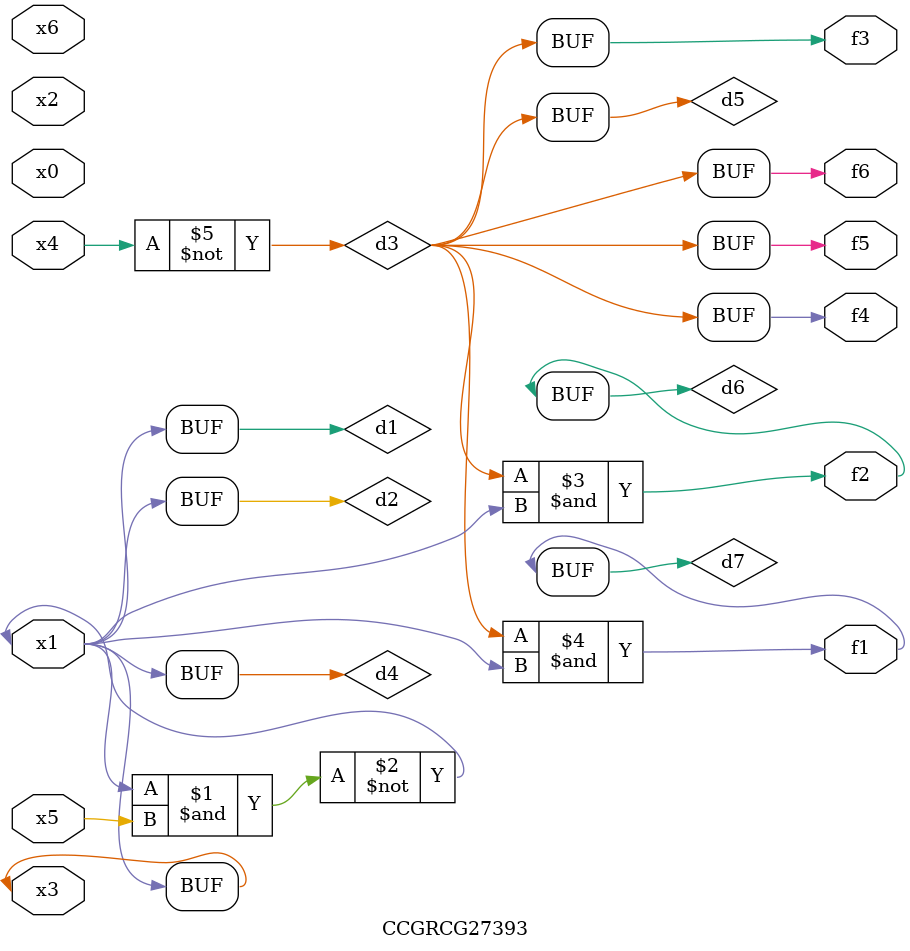
<source format=v>
module CCGRCG27393(
	input x0, x1, x2, x3, x4, x5, x6,
	output f1, f2, f3, f4, f5, f6
);

	wire d1, d2, d3, d4, d5, d6, d7;

	buf (d1, x1, x3);
	nand (d2, x1, x5);
	not (d3, x4);
	buf (d4, d1, d2);
	buf (d5, d3);
	and (d6, d3, d4);
	and (d7, d3, d4);
	assign f1 = d7;
	assign f2 = d6;
	assign f3 = d5;
	assign f4 = d5;
	assign f5 = d5;
	assign f6 = d5;
endmodule

</source>
